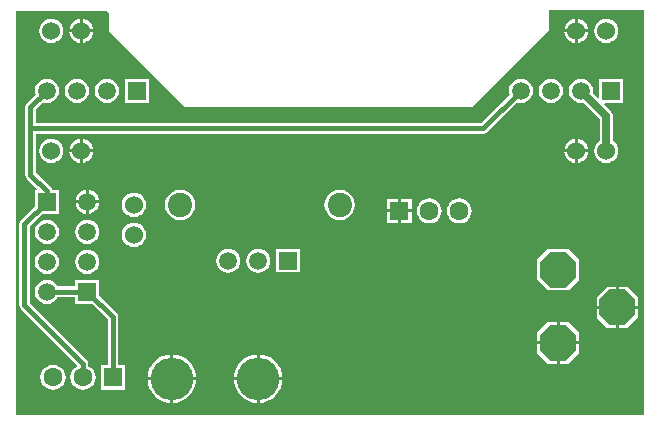
<source format=gbl>
%FSLAX23Y23*%
%MOIN*%
G70*
G01*
G75*
G04 Layer_Physical_Order=2*
G04 Layer_Color=16711680*
%ADD10R,0.037X0.067*%
%ADD11R,0.079X0.087*%
%ADD12R,0.132X0.213*%
%ADD13R,0.020X0.055*%
%ADD14C,0.025*%
%ADD15C,0.020*%
%ADD16C,0.015*%
%ADD17C,0.060*%
%ADD18R,0.063X0.063*%
%ADD19C,0.063*%
%ADD20C,0.059*%
%ADD21R,0.059X0.059*%
%ADD22R,0.059X0.059*%
%ADD23C,0.081*%
%ADD24P,0.128X8X202.5*%
%ADD25P,0.128X8X112.5*%
%ADD26O,0.142X0.142*%
G36*
X4356Y1315D02*
X2263D01*
X2261Y1320D01*
X2261Y1320D01*
Y2660D01*
X2566D01*
X2571Y2655D01*
Y2600D01*
Y2595D01*
X2825Y2340D01*
X3783D01*
X4037Y2595D01*
Y2665D01*
X4356D01*
Y1315D01*
D02*
G37*
%LPC*%
G36*
X2500Y1865D02*
X2490Y1864D01*
X2480Y1860D01*
X2472Y1853D01*
X2465Y1845D01*
X2461Y1835D01*
X2460Y1825D01*
X2461Y1815D01*
X2465Y1805D01*
X2472Y1797D01*
X2480Y1790D01*
X2490Y1786D01*
X2500Y1785D01*
X2510Y1786D01*
X2520Y1790D01*
X2528Y1797D01*
X2535Y1805D01*
X2539Y1815D01*
X2540Y1825D01*
X2539Y1835D01*
X2535Y1845D01*
X2528Y1853D01*
X2520Y1860D01*
X2510Y1864D01*
X2500Y1865D01*
D02*
G37*
G36*
X2970Y1869D02*
X2960Y1868D01*
X2950Y1864D01*
X2942Y1857D01*
X2935Y1849D01*
X2932Y1839D01*
X2930Y1829D01*
X2932Y1819D01*
X2935Y1809D01*
X2942Y1801D01*
X2950Y1795D01*
X2960Y1791D01*
X2970Y1789D01*
X2980Y1791D01*
X2990Y1795D01*
X2998Y1801D01*
X3005Y1809D01*
X3009Y1819D01*
X3010Y1829D01*
X3009Y1839D01*
X3005Y1849D01*
X2998Y1857D01*
X2990Y1864D01*
X2980Y1868D01*
X2970Y1869D01*
D02*
G37*
G36*
X3070D02*
X3060Y1868D01*
X3050Y1864D01*
X3042Y1857D01*
X3035Y1849D01*
X3032Y1839D01*
X3030Y1829D01*
X3032Y1819D01*
X3035Y1809D01*
X3042Y1801D01*
X3050Y1795D01*
X3060Y1791D01*
X3070Y1789D01*
X3080Y1791D01*
X3090Y1795D01*
X3098Y1801D01*
X3105Y1809D01*
X3109Y1819D01*
X3110Y1829D01*
X3109Y1839D01*
X3105Y1849D01*
X3098Y1857D01*
X3090Y1864D01*
X3080Y1868D01*
X3070Y1869D01*
D02*
G37*
G36*
X2365Y1865D02*
X2355Y1864D01*
X2345Y1860D01*
X2337Y1853D01*
X2330Y1845D01*
X2326Y1835D01*
X2325Y1825D01*
X2326Y1815D01*
X2330Y1805D01*
X2337Y1797D01*
X2345Y1790D01*
X2355Y1786D01*
X2365Y1785D01*
X2375Y1786D01*
X2385Y1790D01*
X2393Y1797D01*
X2400Y1805D01*
X2404Y1815D01*
X2405Y1825D01*
X2404Y1835D01*
X2400Y1845D01*
X2393Y1853D01*
X2385Y1860D01*
X2375Y1864D01*
X2365Y1865D01*
D02*
G37*
G36*
X4261Y1742D02*
X4231D01*
X4197Y1708D01*
Y1678D01*
X4261D01*
Y1742D01*
D02*
G37*
G36*
X4300D02*
X4271D01*
Y1678D01*
X4335D01*
Y1708D01*
X4300Y1742D01*
D02*
G37*
G36*
X4104Y1868D02*
X4034D01*
X4000Y1834D01*
Y1765D01*
X4034Y1730D01*
X4104D01*
X4138Y1765D01*
Y1834D01*
X4104Y1868D01*
D02*
G37*
G36*
X3210Y1869D02*
X3130D01*
Y1790D01*
X3210D01*
Y1869D01*
D02*
G37*
G36*
X3535Y1990D02*
X3499D01*
Y1954D01*
X3535D01*
Y1990D01*
D02*
G37*
G36*
X3740Y2037D02*
X3729Y2035D01*
X3719Y2031D01*
X3710Y2025D01*
X3704Y2016D01*
X3700Y2006D01*
X3698Y1995D01*
X3700Y1984D01*
X3704Y1974D01*
X3710Y1965D01*
X3719Y1959D01*
X3729Y1955D01*
X3740Y1953D01*
X3751Y1955D01*
X3761Y1959D01*
X3770Y1965D01*
X3776Y1974D01*
X3780Y1984D01*
X3782Y1995D01*
X3780Y2006D01*
X3776Y2016D01*
X3770Y2025D01*
X3761Y2031D01*
X3751Y2035D01*
X3740Y2037D01*
D02*
G37*
G36*
X2809Y2066D02*
X2796Y2064D01*
X2784Y2059D01*
X2774Y2051D01*
X2765Y2040D01*
X2760Y2028D01*
X2759Y2015D01*
X2760Y2002D01*
X2765Y1990D01*
X2774Y1979D01*
X2784Y1971D01*
X2796Y1966D01*
X2809Y1964D01*
X2823Y1966D01*
X2835Y1971D01*
X2845Y1979D01*
X2853Y1990D01*
X2859Y2002D01*
X2860Y2015D01*
X2859Y2028D01*
X2853Y2040D01*
X2845Y2051D01*
X2835Y2059D01*
X2823Y2064D01*
X2809Y2066D01*
D02*
G37*
G36*
X3581Y1990D02*
X3545D01*
Y1954D01*
X3581D01*
Y1990D01*
D02*
G37*
G36*
X2365Y1965D02*
X2355Y1964D01*
X2345Y1960D01*
X2337Y1953D01*
X2330Y1945D01*
X2326Y1935D01*
X2325Y1925D01*
X2326Y1915D01*
X2330Y1905D01*
X2337Y1897D01*
X2345Y1890D01*
X2355Y1886D01*
X2365Y1885D01*
X2375Y1886D01*
X2385Y1890D01*
X2393Y1897D01*
X2400Y1905D01*
X2404Y1915D01*
X2405Y1925D01*
X2404Y1935D01*
X2400Y1945D01*
X2393Y1953D01*
X2385Y1960D01*
X2375Y1964D01*
X2365Y1965D01*
D02*
G37*
G36*
X2655Y1955D02*
X2645Y1954D01*
X2635Y1950D01*
X2626Y1944D01*
X2620Y1935D01*
X2616Y1925D01*
X2615Y1915D01*
X2616Y1905D01*
X2620Y1895D01*
X2626Y1886D01*
X2635Y1880D01*
X2645Y1876D01*
X2655Y1875D01*
X2665Y1876D01*
X2675Y1880D01*
X2684Y1886D01*
X2690Y1895D01*
X2694Y1905D01*
X2695Y1915D01*
X2694Y1925D01*
X2690Y1935D01*
X2684Y1944D01*
X2675Y1950D01*
X2665Y1954D01*
X2655Y1955D01*
D02*
G37*
G36*
X3640Y2037D02*
X3629Y2035D01*
X3619Y2031D01*
X3610Y2025D01*
X3604Y2016D01*
X3600Y2006D01*
X3598Y1995D01*
X3600Y1984D01*
X3604Y1974D01*
X3610Y1965D01*
X3619Y1959D01*
X3629Y1955D01*
X3640Y1953D01*
X3651Y1955D01*
X3661Y1959D01*
X3670Y1965D01*
X3676Y1974D01*
X3680Y1984D01*
X3682Y1995D01*
X3680Y2006D01*
X3676Y2016D01*
X3670Y2025D01*
X3661Y2031D01*
X3651Y2035D01*
X3640Y2037D01*
D02*
G37*
G36*
X2500Y1965D02*
X2490Y1964D01*
X2480Y1960D01*
X2472Y1953D01*
X2465Y1945D01*
X2461Y1935D01*
X2460Y1925D01*
X2461Y1915D01*
X2465Y1905D01*
X2472Y1897D01*
X2480Y1890D01*
X2490Y1886D01*
X2500Y1885D01*
X2510Y1886D01*
X2520Y1890D01*
X2528Y1897D01*
X2535Y1905D01*
X2539Y1915D01*
X2540Y1925D01*
X2539Y1935D01*
X2535Y1945D01*
X2528Y1953D01*
X2520Y1960D01*
X2510Y1964D01*
X2500Y1965D01*
D02*
G37*
G36*
X2365Y1765D02*
X2355Y1764D01*
X2345Y1760D01*
X2337Y1753D01*
X2330Y1745D01*
X2326Y1735D01*
X2325Y1725D01*
X2326Y1715D01*
X2330Y1705D01*
X2337Y1697D01*
X2345Y1690D01*
X2355Y1686D01*
X2365Y1685D01*
X2375Y1686D01*
X2385Y1690D01*
X2393Y1697D01*
X2400Y1705D01*
X2400Y1707D01*
X2460D01*
Y1685D01*
X2514D01*
X2567Y1633D01*
Y1481D01*
X2544D01*
Y1399D01*
X2626D01*
Y1481D01*
X2603D01*
Y1640D01*
X2603Y1640D01*
X2601Y1647D01*
X2598Y1653D01*
X2598Y1653D01*
X2540Y1711D01*
Y1765D01*
X2460D01*
Y1743D01*
X2400D01*
X2400Y1745D01*
X2393Y1753D01*
X2385Y1760D01*
X2375Y1764D01*
X2365Y1765D01*
D02*
G37*
G36*
X2385Y1482D02*
X2374Y1480D01*
X2364Y1476D01*
X2355Y1470D01*
X2349Y1461D01*
X2345Y1451D01*
X2343Y1440D01*
X2345Y1429D01*
X2349Y1419D01*
X2355Y1410D01*
X2364Y1404D01*
X2374Y1400D01*
X2385Y1398D01*
X2396Y1400D01*
X2406Y1404D01*
X2415Y1410D01*
X2421Y1419D01*
X2425Y1429D01*
X2427Y1440D01*
X2425Y1451D01*
X2421Y1461D01*
X2415Y1470D01*
X2406Y1476D01*
X2396Y1480D01*
X2385Y1482D01*
D02*
G37*
G36*
X2786Y1516D02*
Y1441D01*
X2862D01*
X2861Y1452D01*
X2856Y1467D01*
X2849Y1481D01*
X2839Y1493D01*
X2826Y1503D01*
X2812Y1511D01*
X2797Y1515D01*
X2786Y1516D01*
D02*
G37*
G36*
X2776D02*
X2765Y1515D01*
X2750Y1511D01*
X2736Y1503D01*
X2724Y1493D01*
X2714Y1481D01*
X2706Y1467D01*
X2702Y1452D01*
X2701Y1441D01*
X2776D01*
Y1516D01*
D02*
G37*
G36*
X2862Y1431D02*
X2786D01*
Y1355D01*
X2797Y1356D01*
X2812Y1361D01*
X2826Y1368D01*
X2839Y1378D01*
X2849Y1391D01*
X2856Y1405D01*
X2861Y1420D01*
X2862Y1431D01*
D02*
G37*
G36*
X2776D02*
X2701D01*
X2702Y1420D01*
X2706Y1405D01*
X2714Y1391D01*
X2724Y1378D01*
X2736Y1368D01*
X2750Y1361D01*
X2765Y1356D01*
X2776Y1355D01*
Y1431D01*
D02*
G37*
G36*
X3149D02*
X3074D01*
Y1355D01*
X3085Y1356D01*
X3100Y1361D01*
X3114Y1368D01*
X3126Y1378D01*
X3136Y1391D01*
X3144Y1405D01*
X3148Y1420D01*
X3149Y1431D01*
D02*
G37*
G36*
X3064D02*
X2988D01*
X2989Y1420D01*
X2994Y1405D01*
X3001Y1391D01*
X3011Y1378D01*
X3024Y1368D01*
X3038Y1361D01*
X3053Y1356D01*
X3064Y1355D01*
Y1431D01*
D02*
G37*
G36*
X4104Y1624D02*
X4074D01*
Y1560D01*
X4138D01*
Y1590D01*
X4104Y1624D01*
D02*
G37*
G36*
X4064D02*
X4034D01*
X4000Y1590D01*
Y1560D01*
X4064D01*
Y1624D01*
D02*
G37*
G36*
X4335Y1668D02*
X4271D01*
Y1604D01*
X4300D01*
X4335Y1639D01*
Y1668D01*
D02*
G37*
G36*
X4261D02*
X4197D01*
Y1639D01*
X4231Y1604D01*
X4261D01*
Y1668D01*
D02*
G37*
G36*
X3074Y1516D02*
Y1441D01*
X3149D01*
X3148Y1452D01*
X3144Y1467D01*
X3136Y1481D01*
X3126Y1493D01*
X3114Y1503D01*
X3100Y1511D01*
X3085Y1515D01*
X3074Y1516D01*
D02*
G37*
G36*
X3064D02*
X3053Y1515D01*
X3038Y1511D01*
X3024Y1503D01*
X3011Y1493D01*
X3001Y1481D01*
X2994Y1467D01*
X2989Y1452D01*
X2988Y1441D01*
X3064D01*
Y1516D01*
D02*
G37*
G36*
X4138Y1550D02*
X4074D01*
Y1486D01*
X4104D01*
X4138Y1520D01*
Y1550D01*
D02*
G37*
G36*
X4064D02*
X4000D01*
Y1520D01*
X4034Y1486D01*
X4064D01*
Y1550D01*
D02*
G37*
G36*
X3341Y2066D02*
X3327Y2064D01*
X3315Y2059D01*
X3305Y2051D01*
X3297Y2040D01*
X3291Y2028D01*
X3290Y2015D01*
X3291Y2002D01*
X3297Y1990D01*
X3305Y1979D01*
X3315Y1971D01*
X3327Y1966D01*
X3341Y1964D01*
X3354Y1966D01*
X3366Y1971D01*
X3376Y1979D01*
X3385Y1990D01*
X3390Y2002D01*
X3391Y2015D01*
X3390Y2028D01*
X3385Y2040D01*
X3376Y2051D01*
X3366Y2059D01*
X3354Y2064D01*
X3341Y2066D01*
D02*
G37*
G36*
X2705Y2435D02*
X2625D01*
Y2355D01*
X2705D01*
Y2435D01*
D02*
G37*
G36*
X4045Y2435D02*
X4035Y2434D01*
X4025Y2430D01*
X4017Y2423D01*
X4010Y2415D01*
X4006Y2405D01*
X4005Y2395D01*
X4006Y2385D01*
X4010Y2375D01*
X4017Y2367D01*
X4025Y2360D01*
X4035Y2356D01*
X4045Y2355D01*
X4055Y2356D01*
X4065Y2360D01*
X4073Y2367D01*
X4080Y2375D01*
X4084Y2385D01*
X4085Y2395D01*
X4084Y2405D01*
X4080Y2415D01*
X4073Y2423D01*
X4065Y2430D01*
X4055Y2434D01*
X4045Y2435D01*
D02*
G37*
G36*
X4230Y2635D02*
X4220Y2634D01*
X4210Y2630D01*
X4201Y2624D01*
X4195Y2615D01*
X4191Y2605D01*
X4190Y2595D01*
X4191Y2585D01*
X4195Y2575D01*
X4201Y2566D01*
X4210Y2560D01*
X4220Y2556D01*
X4230Y2555D01*
X4240Y2556D01*
X4250Y2560D01*
X4259Y2566D01*
X4265Y2575D01*
X4269Y2585D01*
X4270Y2595D01*
X4269Y2605D01*
X4265Y2615D01*
X4259Y2624D01*
X4250Y2630D01*
X4240Y2634D01*
X4230Y2635D01*
D02*
G37*
G36*
X2380D02*
X2370Y2634D01*
X2360Y2630D01*
X2351Y2624D01*
X2345Y2615D01*
X2341Y2605D01*
X2340Y2595D01*
X2341Y2585D01*
X2345Y2575D01*
X2351Y2566D01*
X2360Y2560D01*
X2370Y2556D01*
X2380Y2555D01*
X2390Y2556D01*
X2400Y2560D01*
X2409Y2566D01*
X2415Y2575D01*
X2419Y2585D01*
X2420Y2595D01*
X2419Y2605D01*
X2415Y2615D01*
X2409Y2624D01*
X2400Y2630D01*
X2390Y2634D01*
X2380Y2635D01*
D02*
G37*
G36*
X3945Y2435D02*
X3935Y2434D01*
X3925Y2430D01*
X3917Y2423D01*
X3910Y2415D01*
X3906Y2405D01*
X3905Y2395D01*
X3906Y2385D01*
X3907Y2383D01*
X3813Y2288D01*
X2328D01*
Y2333D01*
X2353Y2357D01*
X2355Y2356D01*
X2365Y2355D01*
X2375Y2356D01*
X2385Y2360D01*
X2393Y2367D01*
X2400Y2375D01*
X2404Y2385D01*
X2405Y2395D01*
X2404Y2405D01*
X2400Y2415D01*
X2393Y2423D01*
X2385Y2430D01*
X2375Y2434D01*
X2365Y2435D01*
X2355Y2434D01*
X2345Y2430D01*
X2337Y2423D01*
X2330Y2415D01*
X2326Y2405D01*
X2325Y2395D01*
X2326Y2385D01*
X2327Y2383D01*
X2297Y2353D01*
X2294Y2347D01*
X2292Y2340D01*
Y2270D01*
Y2115D01*
X2292Y2115D01*
X2292D01*
X2294Y2108D01*
X2297Y2102D01*
X2331Y2069D01*
X2329Y2065D01*
X2325D01*
Y2011D01*
X2277Y1963D01*
X2274Y1957D01*
X2272Y1950D01*
Y1680D01*
X2272Y1680D01*
X2272D01*
X2274Y1673D01*
X2277Y1667D01*
X2461Y1484D01*
X2464Y1477D01*
X2464Y1476D01*
X2455Y1470D01*
X2449Y1461D01*
X2445Y1451D01*
X2443Y1440D01*
X2445Y1429D01*
X2449Y1419D01*
X2455Y1410D01*
X2464Y1404D01*
X2474Y1400D01*
X2485Y1398D01*
X2496Y1400D01*
X2506Y1404D01*
X2515Y1410D01*
X2521Y1419D01*
X2525Y1429D01*
X2527Y1440D01*
X2525Y1451D01*
X2521Y1461D01*
X2515Y1470D01*
X2506Y1476D01*
X2503Y1478D01*
Y1485D01*
X2501Y1492D01*
X2498Y1498D01*
X2498Y1498D01*
X2308Y1687D01*
Y1943D01*
X2351Y1985D01*
X2405D01*
Y2065D01*
X2382D01*
X2381Y2067D01*
X2378Y2073D01*
X2378Y2073D01*
X2328Y2122D01*
Y2252D01*
X3820D01*
X3827Y2254D01*
X3833Y2257D01*
X3933Y2357D01*
X3935Y2356D01*
X3945Y2355D01*
X3955Y2356D01*
X3965Y2360D01*
X3973Y2367D01*
X3980Y2375D01*
X3984Y2385D01*
X3985Y2395D01*
X3984Y2405D01*
X3980Y2415D01*
X3973Y2423D01*
X3965Y2430D01*
X3955Y2434D01*
X3945Y2435D01*
D02*
G37*
G36*
X4135Y2235D02*
Y2200D01*
X4170D01*
X4169Y2205D01*
X4165Y2215D01*
X4159Y2224D01*
X4150Y2230D01*
X4140Y2234D01*
X4135Y2235D01*
D02*
G37*
G36*
X2565Y2435D02*
X2555Y2434D01*
X2545Y2430D01*
X2537Y2423D01*
X2530Y2415D01*
X2526Y2405D01*
X2525Y2395D01*
X2526Y2385D01*
X2530Y2375D01*
X2537Y2367D01*
X2545Y2360D01*
X2555Y2356D01*
X2565Y2355D01*
X2575Y2356D01*
X2585Y2360D01*
X2593Y2367D01*
X2600Y2375D01*
X2604Y2385D01*
X2605Y2395D01*
X2604Y2405D01*
X2600Y2415D01*
X2593Y2423D01*
X2585Y2430D01*
X2575Y2434D01*
X2565Y2435D01*
D02*
G37*
G36*
X2465D02*
X2455Y2434D01*
X2445Y2430D01*
X2437Y2423D01*
X2430Y2415D01*
X2426Y2405D01*
X2425Y2395D01*
X2426Y2385D01*
X2430Y2375D01*
X2437Y2367D01*
X2445Y2360D01*
X2455Y2356D01*
X2465Y2355D01*
X2475Y2356D01*
X2485Y2360D01*
X2493Y2367D01*
X2500Y2375D01*
X2504Y2385D01*
X2505Y2395D01*
X2504Y2405D01*
X2500Y2415D01*
X2493Y2423D01*
X2485Y2430D01*
X2475Y2434D01*
X2465Y2435D01*
D02*
G37*
G36*
X2485Y2635D02*
Y2600D01*
X2520D01*
X2519Y2605D01*
X2515Y2615D01*
X2509Y2624D01*
X2500Y2630D01*
X2490Y2634D01*
X2485Y2635D01*
D02*
G37*
G36*
X2475D02*
X2470Y2634D01*
X2460Y2630D01*
X2451Y2624D01*
X2445Y2615D01*
X2441Y2605D01*
X2440Y2600D01*
X2475D01*
Y2635D01*
D02*
G37*
G36*
X4135D02*
Y2600D01*
X4170D01*
X4169Y2605D01*
X4165Y2615D01*
X4159Y2624D01*
X4150Y2630D01*
X4140Y2634D01*
X4135Y2635D01*
D02*
G37*
G36*
X4125D02*
X4120Y2634D01*
X4110Y2630D01*
X4101Y2624D01*
X4095Y2615D01*
X4091Y2605D01*
X4090Y2600D01*
X4125D01*
Y2635D01*
D02*
G37*
G36*
X2520Y2590D02*
X2485D01*
Y2555D01*
X2490Y2556D01*
X2500Y2560D01*
X2509Y2566D01*
X2515Y2575D01*
X2519Y2585D01*
X2520Y2590D01*
D02*
G37*
G36*
X2475D02*
X2440D01*
X2441Y2585D01*
X2445Y2575D01*
X2451Y2566D01*
X2460Y2560D01*
X2470Y2556D01*
X2475Y2555D01*
Y2590D01*
D02*
G37*
G36*
X4170D02*
X4135D01*
Y2555D01*
X4140Y2556D01*
X4150Y2560D01*
X4159Y2566D01*
X4165Y2575D01*
X4169Y2585D01*
X4170Y2590D01*
D02*
G37*
G36*
X4125D02*
X4090D01*
X4091Y2585D01*
X4095Y2575D01*
X4101Y2566D01*
X4110Y2560D01*
X4120Y2556D01*
X4125Y2555D01*
Y2590D01*
D02*
G37*
G36*
X2495Y2064D02*
X2490Y2064D01*
X2480Y2060D01*
X2472Y2053D01*
X2465Y2045D01*
X2461Y2035D01*
X2461Y2030D01*
X2495D01*
Y2064D01*
D02*
G37*
G36*
X3581Y2036D02*
X3545D01*
Y2000D01*
X3581D01*
Y2036D01*
D02*
G37*
G36*
X2380Y2235D02*
X2370Y2234D01*
X2360Y2230D01*
X2351Y2224D01*
X2345Y2215D01*
X2341Y2205D01*
X2340Y2195D01*
X2341Y2185D01*
X2345Y2175D01*
X2351Y2166D01*
X2360Y2160D01*
X2370Y2156D01*
X2380Y2155D01*
X2390Y2156D01*
X2400Y2160D01*
X2409Y2166D01*
X2415Y2175D01*
X2419Y2185D01*
X2420Y2195D01*
X2419Y2205D01*
X2415Y2215D01*
X2409Y2224D01*
X2400Y2230D01*
X2390Y2234D01*
X2380Y2235D01*
D02*
G37*
G36*
X2505Y2064D02*
Y2030D01*
X2539D01*
X2539Y2035D01*
X2535Y2045D01*
X2528Y2053D01*
X2520Y2060D01*
X2510Y2064D01*
X2505Y2064D01*
D02*
G37*
G36*
X2495Y2020D02*
X2461D01*
X2461Y2015D01*
X2465Y2005D01*
X2472Y1997D01*
X2480Y1990D01*
X2490Y1986D01*
X2495Y1986D01*
Y2020D01*
D02*
G37*
G36*
X2655Y2055D02*
X2645Y2054D01*
X2635Y2050D01*
X2626Y2044D01*
X2620Y2035D01*
X2616Y2025D01*
X2615Y2015D01*
X2616Y2005D01*
X2620Y1995D01*
X2626Y1986D01*
X2635Y1980D01*
X2645Y1976D01*
X2655Y1975D01*
X2665Y1976D01*
X2675Y1980D01*
X2684Y1986D01*
X2690Y1995D01*
X2694Y2005D01*
X2695Y2015D01*
X2694Y2025D01*
X2690Y2035D01*
X2684Y2044D01*
X2675Y2050D01*
X2665Y2054D01*
X2655Y2055D01*
D02*
G37*
G36*
X3535Y2036D02*
X3499D01*
Y2000D01*
X3535D01*
Y2036D01*
D02*
G37*
G36*
X2539Y2020D02*
X2505D01*
Y1986D01*
X2510Y1986D01*
X2520Y1990D01*
X2528Y1997D01*
X2535Y2005D01*
X2539Y2015D01*
X2539Y2020D01*
D02*
G37*
G36*
X2475Y2235D02*
X2470Y2234D01*
X2460Y2230D01*
X2451Y2224D01*
X2445Y2215D01*
X2441Y2205D01*
X2440Y2200D01*
X2475D01*
Y2235D01*
D02*
G37*
G36*
X4170Y2190D02*
X4135D01*
Y2155D01*
X4140Y2156D01*
X4150Y2160D01*
X4159Y2166D01*
X4165Y2175D01*
X4169Y2185D01*
X4170Y2190D01*
D02*
G37*
G36*
X4125Y2235D02*
X4120Y2234D01*
X4110Y2230D01*
X4101Y2224D01*
X4095Y2215D01*
X4091Y2205D01*
X4090Y2200D01*
X4125D01*
Y2235D01*
D02*
G37*
G36*
X2485D02*
Y2200D01*
X2520D01*
X2519Y2205D01*
X2515Y2215D01*
X2509Y2224D01*
X2500Y2230D01*
X2490Y2234D01*
X2485Y2235D01*
D02*
G37*
G36*
X2475Y2190D02*
X2440D01*
X2441Y2185D01*
X2445Y2175D01*
X2451Y2166D01*
X2460Y2160D01*
X2470Y2156D01*
X2475Y2155D01*
Y2190D01*
D02*
G37*
G36*
X4145Y2435D02*
X4135Y2434D01*
X4125Y2430D01*
X4117Y2423D01*
X4110Y2415D01*
X4106Y2405D01*
X4105Y2395D01*
X4106Y2385D01*
X4110Y2375D01*
X4117Y2367D01*
X4125Y2360D01*
X4135Y2356D01*
X4145Y2355D01*
X4152Y2356D01*
X4207Y2300D01*
Y2228D01*
X4201Y2224D01*
X4195Y2215D01*
X4191Y2205D01*
X4190Y2195D01*
X4191Y2185D01*
X4195Y2175D01*
X4201Y2166D01*
X4210Y2160D01*
X4220Y2156D01*
X4230Y2155D01*
X4240Y2156D01*
X4250Y2160D01*
X4259Y2166D01*
X4265Y2175D01*
X4269Y2185D01*
X4270Y2195D01*
X4269Y2205D01*
X4265Y2215D01*
X4259Y2224D01*
X4253Y2228D01*
Y2310D01*
X4251Y2319D01*
X4246Y2326D01*
X4222Y2351D01*
X4224Y2355D01*
X4285D01*
Y2435D01*
X4205D01*
Y2374D01*
X4201Y2372D01*
X4184Y2388D01*
X4185Y2395D01*
X4184Y2405D01*
X4180Y2415D01*
X4173Y2423D01*
X4165Y2430D01*
X4155Y2434D01*
X4145Y2435D01*
D02*
G37*
G36*
X4125Y2190D02*
X4090D01*
X4091Y2185D01*
X4095Y2175D01*
X4101Y2166D01*
X4110Y2160D01*
X4120Y2156D01*
X4125Y2155D01*
Y2190D01*
D02*
G37*
G36*
X2520D02*
X2485D01*
Y2155D01*
X2490Y2156D01*
X2500Y2160D01*
X2509Y2166D01*
X2515Y2175D01*
X2519Y2185D01*
X2520Y2190D01*
D02*
G37*
%LPD*%
D14*
X4230Y2195D02*
Y2310D01*
X4145Y2395D02*
X4230Y2310D01*
D16*
X3820Y2270D02*
X3945Y2395D01*
X2310Y2270D02*
X3820D01*
X2310D02*
Y2340D01*
Y2115D02*
Y2270D01*
Y2340D02*
X2365Y2395D01*
X2310Y2115D02*
X2365Y2060D01*
Y2025D02*
Y2060D01*
X2485Y1440D02*
Y1485D01*
X2290Y1680D02*
X2485Y1485D01*
X2290Y1680D02*
Y1950D01*
X2365Y2025D01*
X2500Y1725D02*
X2585Y1640D01*
Y1440D02*
Y1640D01*
X2365Y1725D02*
X2500D01*
D17*
X4230Y2195D02*
D03*
X4130D02*
D03*
X2380Y2595D02*
D03*
X2480D02*
D03*
X2380Y2195D02*
D03*
X2480D02*
D03*
X2655Y2015D02*
D03*
Y1915D02*
D03*
X4230Y2595D02*
D03*
X4130D02*
D03*
D18*
X2585Y1440D02*
D03*
X3540Y1995D02*
D03*
D19*
X2485Y1440D02*
D03*
X2385D02*
D03*
X3740Y1995D02*
D03*
X3640D02*
D03*
D20*
X2365Y1725D02*
D03*
Y1825D02*
D03*
Y1925D02*
D03*
X2500Y2025D02*
D03*
Y1925D02*
D03*
Y1825D02*
D03*
X4145Y2395D02*
D03*
X4045D02*
D03*
X3945D02*
D03*
X3070Y1829D02*
D03*
X2970D02*
D03*
X2565Y2395D02*
D03*
X2465D02*
D03*
X2365D02*
D03*
D21*
Y2025D02*
D03*
X2500Y1725D02*
D03*
D22*
X4245Y2395D02*
D03*
X3170Y1829D02*
D03*
X2665Y2395D02*
D03*
D23*
X3341Y2015D02*
D03*
X2809D02*
D03*
D24*
X4266Y1673D02*
D03*
D25*
X4069Y1799D02*
D03*
Y1555D02*
D03*
D26*
X3069Y1436D02*
D03*
X2781D02*
D03*
M02*

</source>
